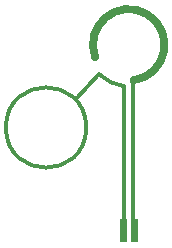
<source format=gbr>
G04 #@! TF.GenerationSoftware,KiCad,Pcbnew,(6.0.2)*
G04 #@! TF.CreationDate,2023-02-06T21:03:41-08:00*
G04 #@! TF.ProjectId,EWL_FlexPC,45574c5f-466c-4657-9850-432e6b696361,rev?*
G04 #@! TF.SameCoordinates,Original*
G04 #@! TF.FileFunction,Copper,L1,Top*
G04 #@! TF.FilePolarity,Positive*
%FSLAX46Y46*%
G04 Gerber Fmt 4.6, Leading zero omitted, Abs format (unit mm)*
G04 Created by KiCad (PCBNEW (6.0.2)) date 2023-02-06 21:03:41*
%MOMM*%
%LPD*%
G01*
G04 APERTURE LIST*
G04 #@! TA.AperFunction,NonConductor*
%ADD10C,0.700000*%
G04 #@! TD*
G04 #@! TA.AperFunction,NonConductor*
%ADD11C,0.300000*%
G04 #@! TD*
G04 #@! TA.AperFunction,NonConductor*
%ADD12C,0.304800*%
G04 #@! TD*
G04 #@! TA.AperFunction,NonConductor*
%ADD13C,0.100000*%
G04 #@! TD*
G04 #@! TA.AperFunction,ViaPad*
%ADD14C,0.508000*%
G04 #@! TD*
G04 APERTURE END LIST*
D10*
X50400000Y-33000000D02*
G75*
G03*
X47155974Y-31035140I-400000J3000000D01*
G01*
D11*
X46400000Y-37000000D02*
G75*
G03*
X46400000Y-37000000I-3400000J0D01*
G01*
D12*
X49575000Y-45450000D02*
X49600000Y-33500000D01*
X50375000Y-45450000D02*
X50400000Y-33000000D01*
X47509016Y-32490984D02*
X45500000Y-34600000D01*
X47509016Y-32490984D02*
G75*
G03*
X49600000Y-33500000I2490983J2490984D01*
G01*
D13*
X50175000Y-44775000D02*
X50175000Y-46550000D01*
X50175000Y-46550000D02*
X50175000Y-46650000D01*
X50175000Y-46650000D02*
X50675000Y-46650000D01*
X50675000Y-46650000D02*
X50675000Y-44775000D01*
X50675000Y-44775000D02*
X50175000Y-44775000D01*
G36*
X50675000Y-46650000D02*
G01*
X50175000Y-46650000D01*
X50175000Y-44775000D01*
X50675000Y-44775000D01*
X50675000Y-46650000D01*
G37*
X50675000Y-46650000D02*
X50175000Y-46650000D01*
X50175000Y-44775000D01*
X50675000Y-44775000D01*
X50675000Y-46650000D01*
X49275000Y-44775000D02*
X49275000Y-46550000D01*
X49275000Y-46550000D02*
X49275000Y-46650000D01*
X49275000Y-46650000D02*
X49775000Y-46650000D01*
X49775000Y-46650000D02*
X49775000Y-44775000D01*
X49775000Y-44775000D02*
X49275000Y-44775000D01*
G36*
X49775000Y-46650000D02*
G01*
X49275000Y-46650000D01*
X49275000Y-44775000D01*
X49775000Y-44775000D01*
X49775000Y-46650000D01*
G37*
X49775000Y-46650000D02*
X49275000Y-46650000D01*
X49275000Y-44775000D01*
X49775000Y-44775000D01*
X49775000Y-46650000D01*
D14*
X49525000Y-46075000D03*
X50425317Y-46053808D03*
M02*

</source>
